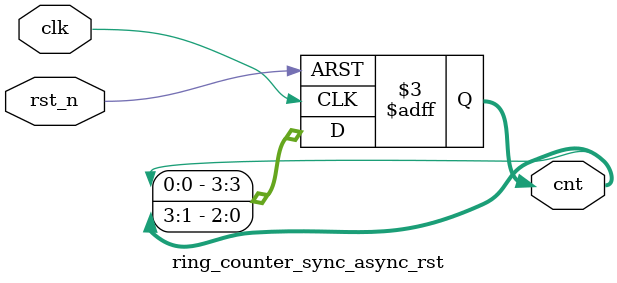
<source format=sv>
module ring_counter_sync_async_rst (
    input clk, rst_n,
    output reg [3:0] cnt
);
always @(posedge clk or negedge rst_n) begin
    if (!rst_n) cnt <= 4'b0001;
    else cnt <= {cnt[0], cnt[3:1]};
end
endmodule

</source>
